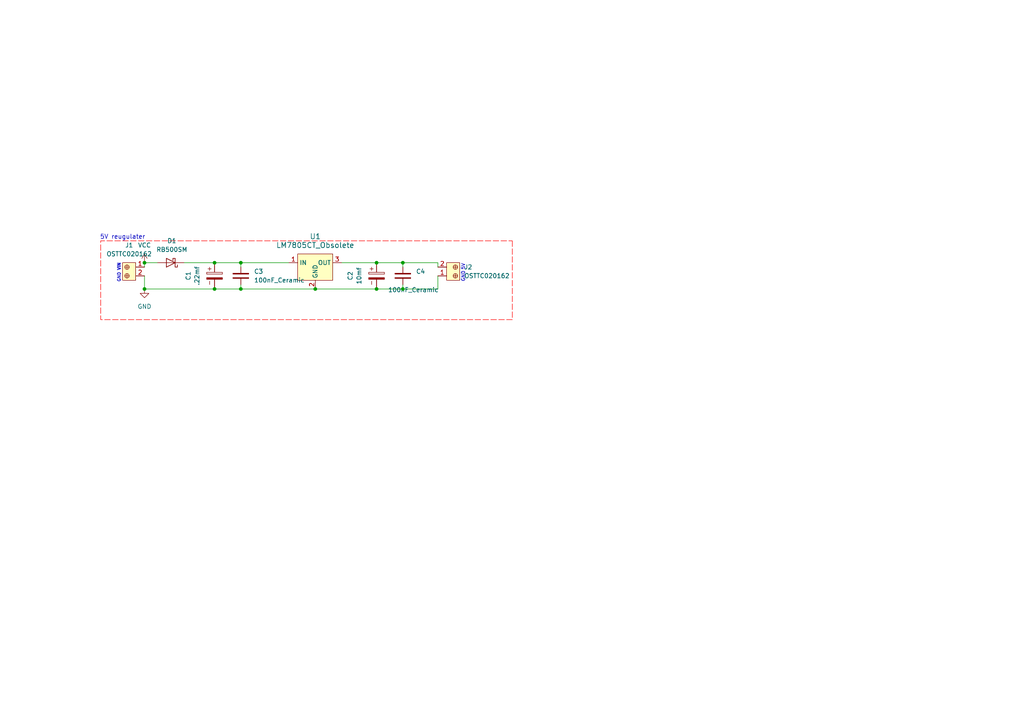
<source format=kicad_sch>
(kicad_sch (version 20250114) (generator "eeschema") (generator_version "9.0")
  (paper "A4")
  (lib_symbols
    (symbol "PCM_4ms_Diode:RB500SM" (pin_numbers (hide yes)) (pin_names (offset 1.016) (hide yes))
      (property "Reference" "D" (at 0 2.54 0))
      (property "Value" "RB500SM" (at 0 5.08 0))
      (symbol "RB500SM_0_1"
        (polyline (pts (xy -1.905 0.635) (xy -1.905 1.27) (xy -1.27 1.27) (xy -1.27 -1.27) (xy -0.635 -1.27) (xy -0.635 -0.635)) (stroke (width 0.2032)))
        (polyline (pts (xy 1.27 1.27) (xy 1.27 -1.27) (xy -1.27 0) (xy 1.27 1.27)) (stroke (width 0.2032)))
        (polyline (pts (xy 1.27 0) (xy -1.27 0)))
      )
      (symbol "RB500SM_1_1"
        (pin passive line (at -3.81 0 0) (length 2.54) (name "K") (number "1"))
        (pin passive line (at 3.81 0 180) (length 2.54) (name "A") (number "2"))
      )
    )
    (symbol "PCM_SL_Capacitors:100nF_Ceramic"
      (property "Reference" "C" (at 0 6.35 0))
      (property "Value" "100nF_Ceramic" (at 0 3.81 0))
      (symbol "100nF_Ceramic_0_1"
        (rectangle (start -0.762 2.286) (end -0.508 -2.286) (fill (type outline)))
        (rectangle (start 0.508 2.286) (end 0.762 -2.286) (fill (type outline)))
      )
      (symbol "100nF_Ceramic_1_1"
        (pin passive line (at -2.54 0 0) (length 2) (name "~") (number "1"))
        (pin input line (at 2.54 0 180) (length 2) (name "~") (number "2"))
      )
    )
    (symbol "PCM_SL_Devices:Capacitor_PO"
      (property "Reference" "C" (at 0 7.62 0))
      (property "Value" "Capacitor_PO" (at 0 5.08 0))
      (symbol "Capacitor_PO_0_0"
        (text "+" (at -2.032 1.524 0) (effects (font (size 1.27 1.27))))
        (text "-" (at 2.032 1.524 0) (effects (font (size 1.27 1.27))))
      )
      (symbol "Capacitor_PO_0_1"
        (rectangle (start -1.016 -2.286) (end -0.508 2.286))
        (rectangle (start 0.508 -2.286) (end 1.016 2.286) (fill (type outline)))
      )
      (symbol "Capacitor_PO_1_1"
        (pin passive line (at -3.81 0 0) (length 2.7) (name "~") (number "1"))
        (pin input line (at 3.81 0 180) (length 2.7) (name "~") (number "2"))
      )
    )
    (symbol "dk_PMIC-Voltage-Regulators-Linear:LM7805CT_Obsolete"
      (property "Reference" "U" (at 0 3.81 0))
      (property "Value" "LM7805CT_Obsolete" (at 0 6.35 0))
      (symbol "LM7805CT_Obsolete_0_1"
        (rectangle (start -5.08 2.54) (end 5.08 -5.08) (fill (type background)))
      )
      (symbol "LM7805CT_Obsolete_1_1"
        (pin power_in line (at -7.62 0 0) (length 2.54) (name "IN") (number "1"))
        (pin power_in line (at 0 -7.62 90) (length 2.54) (name "GND") (number "2"))
        (pin power_out line (at 7.62 0 180) (length 2.54) (name "OUT") (number "3"))
      )
    )
    (symbol "dk_Terminal-Blocks-Wire-to-Board:OSTTC020162" (pin_names (offset 1.016))
      (property "Reference" "J" (at -2.54 1.27 0))
      (property "Value" "OSTTC020162" (at 1.27 -2.54 0))
      (symbol "OSTTC020162_1_1"
        (rectangle (start -1.27 2.54) (end 3.81 -1.27) (fill (type background)))
        (polyline (pts (xy 0 0.635) (xy 0 -0.635)))
        (circle (center 0 0) (radius 0.635))
        (polyline (pts (xy 0.635 0) (xy -0.635 0)))
        (polyline (pts (xy 1.905 0) (xy 3.175 0)))
        (polyline (pts (xy 2.54 0.635) (xy 2.54 -0.635)))
        (circle (center 2.54 0) (radius 0.635))
        (pin passive line (at 0 5.08 270) (length 2.54) (name "~") (number "1"))
        (pin passive line (at 2.54 5.08 270) (length 2.54) (name "~") (number "2"))
      )
    )
    (symbol "power:GND" (power) (pin_numbers (hide yes)) (pin_names (offset 0) (hide yes))
      (property "Value" "GND" (at 0 -3.81 0))
      (symbol "GND_0_1"
        (polyline (pts (xy 0 0) (xy 0 -1.27) (xy 1.27 -1.27) (xy 0 -2.54) (xy -1.27 -1.27) (xy 0 -1.27)))
      )
      (symbol "GND_1_1"
        (pin power_in line (at 0 0 270) (length 0) (name "~") (number "1"))
      )
    )
    (symbol "power:VCC" (power) (pin_numbers (hide yes)) (pin_names (offset 0) (hide yes))
      (property "Value" "VCC" (at 0 3.556 0))
      (symbol "VCC_0_1"
        (polyline (pts (xy -0.762 1.27) (xy 0 2.54)))
        (polyline (pts (xy 0 2.54) (xy 0.762 1.27)))
        (polyline (pts (xy 0 0) (xy 0 2.54)))
      )
      (symbol "VCC_1_1"
        (pin power_in line (at 0 0 90) (length 0) (name "~") (number "1"))
      )
    )
  )
  (text "GND\n" (at 34.544 80.518 90) (effects (font (size 0.9 0.9))))
  (text "5V\n" (at 134.366 77.47 90) (effects (font (size 1 1))))
  (text "5V reugulater \n" (at 36.068 68.834 0) (effects (font (size 1.27 1.27))))
  (text "VIN\n" (at 34.544 77.47 90) (effects (font (size 0.9 0.9) (thickness 0.254) (bold yes))))
  (text "GND" (at 134.366 80.264 90) (effects (font (size 1 1))))
  (junction (at 91.44 83.82))
  (junction (at 109.22 83.82))
  (junction (at 41.91 76.2))
  (junction (at 41.91 83.82))
  (junction (at 62.23 76.2))
  (junction (at 69.85 83.82))
  (junction (at 69.85 76.2))
  (junction (at 116.84 76.2))
  (junction (at 109.22 76.2))
  (junction (at 116.84 83.82))
  (junction (at 62.23 83.82))
  (wire (pts (xy 127 80.01) (xy 127 83.82)))
  (wire (pts (xy 127 76.2) (xy 127 77.47)))
  (wire (pts (xy 116.84 82.55) (xy 116.84 83.82)))
  (wire (pts (xy 109.22 83.82) (xy 116.84 83.82)))
  (wire (pts (xy 109.22 76.2) (xy 116.84 76.2)))
  (wire (pts (xy 69.85 83.82) (xy 91.44 83.82)))
  (wire (pts (xy 116.84 83.82) (xy 127 83.82)))
  (wire (pts (xy 116.84 76.2) (xy 116.84 77.47)))
  (wire (pts (xy 116.84 76.2) (xy 127 76.2)))
  (wire (pts (xy 99.06 76.2) (xy 109.22 76.2)))
  (wire (pts (xy 91.44 83.82) (xy 109.22 83.82)))
  (wire (pts (xy 41.91 83.82) (xy 62.23 83.82)))
  (wire (pts (xy 41.91 80.01) (xy 41.91 83.82)))
  (wire (pts (xy 62.23 83.82) (xy 69.85 83.82)))
  (wire (pts (xy 69.85 76.2) (xy 69.85 77.47)))
  (wire (pts (xy 69.85 82.55) (xy 69.85 83.82)))
  (wire (pts (xy 62.23 76.2) (xy 69.85 76.2)))
  (wire (pts (xy 53.34 76.2) (xy 62.23 76.2)))
  (wire (pts (xy 69.85 76.2) (xy 83.82 76.2)))
  (wire (pts (xy 41.91 76.2) (xy 45.72 76.2)))
  (wire (pts (xy 41.91 76.2) (xy 41.91 77.47)))
  (rule_area (polyline (pts (xy 148.59 69.85) (xy 148.59 91.44) (xy 148.59 92.71) (xy 29.21 92.71) (xy 29.21 91.44) (xy 29.21 69.85)) (stroke (width 0) (type dash))))
  (symbol (lib_id "PCM_SL_Capacitors:100nF_Ceramic") (at 116.84 80.01 270) (unit 1)
    (property "Reference" "C4" (at 120.65 78.7399 90) (effects (justify left)))
    (property "Value" "100nF_Ceramic" (at 112.522 84.074 90) (effects (justify left)))
    (property "Footprint" "Capacitor_THT:C_Disc_D5.0mm_W2.5mm_P2.50mm" (effects (hide yes)))
    (property "Description" "100nF Ceramic Capacitor" (effects (hide yes)))
  )
  (symbol (lib_id "PCM_SL_Devices:Capacitor_PO") (at 62.23 80.01 90) (mirror x) (unit 1)
    (property "Reference" "C1" (at 54.61 80.01 0))
    (property "Value" ".22mf" (at 57.15 80.01 0))
    (property "Footprint" "Capacitor_THT:CP_Radial_D4.0mm_P2.00mm" (effects (hide yes)))
    (property "Description" "Polarized Capacitor" (effects (hide yes)))
  )
  (symbol (lib_id "dk_Terminal-Blocks-Wire-to-Board:OSTTC020162") (at 132.08 80.01 90) (unit 1)
    (property "Reference" "J2" (at 134.62 77.4699 90) (effects (justify right)))
    (property "Value" "OSTTC020162" (at 134.62 80.0099 90) (effects (justify right)))
    (property "Footprint" "digikey-footprints:Term_Block_1x2_P5mm" (effects (hide yes)))
    (property "Datasheet" "http://www.on-shore.com/wp-content/uploads/OSTTCXX0162.pdf" (effects (hide yes)))
    (property "Description" "TERM BLK 2POS SIDE ENTRY 5MM PCB" (effects (hide yes)))
    (property "Digi-Key_PN" "ED2600-ND" (effects (hide yes)))
    (property "MPN" "OSTTC020162" (effects (hide yes)))
    (property "Category" "Connectors, Interconnects" (effects (hide yes)))
    (property "Family" "Terminal Blocks - Wire to Board" (effects (hide yes)))
    (property "DK_Datasheet_Link" "http://www.on-shore.com/wp-content/uploads/OSTTCXX0162.pdf" (effects (hide yes)))
    (property "DK_Detail_Page" "/product-detail/en/on-shore-technology-inc/OSTTC020162/ED2600-ND/614549" (effects (hide yes)))
    (property "Description_1" "TERM BLK 2POS SIDE ENTRY 5MM PCB" (effects (hide yes)))
    (property "Manufacturer" "On Shore Technology Inc." (effects (hide yes)))
    (property "Status" "Active" (effects (hide yes)))
  )
  (symbol (lib_id "PCM_4ms_Diode:RB500SM") (at 49.53 76.2 180) (unit 1)
    (property "Reference" "D1" (at 49.8475 69.85 0))
    (property "Value" "RB500SM" (at 49.8475 72.39 0))
    (property "Footprint" "Diode_SMD:D_SOD-523" (effects (hide yes)))
    (property "Description" "RB500SM, VRRM >20V, Isurge >1A, If>100mA" (effects (hide yes)))
    (property "Specifications" "RB500SM, VRRM >20V, Isurge >1A, If>100mA" (effects (hide yes)))
    (property "Manufacturer" "ROHM Semiconductor" (effects (hide yes)))
    (property "Part Number" "RB500SM-30FHT2R" (effects (hide yes)))
  )
  (symbol (lib_id "PCM_SL_Capacitors:100nF_Ceramic") (at 69.85 80.01 270) (unit 1)
    (property "Reference" "C3" (at 73.66 78.7399 90) (effects (justify left)))
    (property "Value" "100nF_Ceramic" (at 73.66 81.2799 90) (effects (justify left)))
    (property "Footprint" "Capacitor_THT:C_Disc_D5.0mm_W2.5mm_P2.50mm" (effects (hide yes)))
    (property "Description" "100nF Ceramic Capacitor" (effects (hide yes)))
  )
  (symbol (lib_id "dk_Terminal-Blocks-Wire-to-Board:OSTTC020162") (at 36.83 77.47 270) (unit 1)
    (property "Reference" "J1" (at 37.465 71.12 90))
    (property "Value" "OSTTC020162" (at 37.465 73.66 90))
    (property "Footprint" "digikey-footprints:Term_Block_1x2_P5mm" (effects (hide yes)))
    (property "Datasheet" "http://www.on-shore.com/wp-content/uploads/OSTTCXX0162.pdf" (effects (hide yes)))
    (property "Description" "TERM BLK 2POS SIDE ENTRY 5MM PCB" (effects (hide yes)))
    (property "Digi-Key_PN" "ED2600-ND" (effects (hide yes)))
    (property "MPN" "OSTTC020162" (effects (hide yes)))
    (property "Category" "Connectors, Interconnects" (effects (hide yes)))
    (property "Family" "Terminal Blocks - Wire to Board" (effects (hide yes)))
    (property "DK_Datasheet_Link" "http://www.on-shore.com/wp-content/uploads/OSTTCXX0162.pdf" (effects (hide yes)))
    (property "DK_Detail_Page" "/product-detail/en/on-shore-technology-inc/OSTTC020162/ED2600-ND/614549" (effects (hide yes)))
    (property "Description_1" "TERM BLK 2POS SIDE ENTRY 5MM PCB" (effects (hide yes)))
    (property "Manufacturer" "On Shore Technology Inc." (effects (hide yes)))
    (property "Status" "Active" (effects (hide yes)))
  )
  (symbol (lib_id "power:GND") (at 41.91 83.82 0) (unit 1)
    (property "Reference" "#PWR01" (effects (hide yes)))
    (property "Value" "GND" (at 41.91 88.9 0))
    (property "Description" "Power symbol creates a global label with name \"GND\" , ground" (effects (hide yes)))
  )
  (symbol (lib_id "PCM_SL_Devices:Capacitor_PO") (at 109.22 80.01 90) (mirror x) (unit 1)
    (property "Reference" "C2" (at 101.6 80.01 0))
    (property "Value" "10mf" (at 104.14 80.01 0))
    (property "Footprint" "Capacitor_THT:CP_Radial_D4.0mm_P2.00mm" (effects (hide yes)))
    (property "Description" "Polarized Capacitor" (effects (hide yes)))
  )
  (symbol (lib_id "dk_PMIC-Voltage-Regulators-Linear:LM7805CT_Obsolete") (at 91.44 76.2 0) (unit 1)
    (property "Reference" "U1" (at 91.44 68.58 0) (effects (font (size 1.524 1.524))))
    (property "Value" "LM7805CT_Obsolete" (at 91.44 71.12 0) (effects (font (size 1.524 1.524))))
    (property "Footprint" "digikey-footprints:TO-220-3" (effects (hide yes)))
    (property "Datasheet" "https://media.digikey.com/pdf/Data%20Sheets/ON%20Semiconductor%20PDFs/MC7800(A,AE),NCV7800.pdf" (effects (hide yes)))
    (property "Description" "IC REG LINEAR 5V 1A TO220AB" (effects (hide yes)))
    (property "Digi-Key_PN" "LM7805CT-ND" (effects (hide yes)))
    (property "MPN" "LM7805CT" (effects (hide yes)))
    (property "Category" "Integrated Circuits (ICs)" (effects (hide yes)))
    (property "Family" "PMIC - Voltage Regulators - Linear" (effects (hide yes)))
    (property "DK_Datasheet_Link" "https://media.digikey.com/pdf/Data%20Sheets/ON%20Semiconductor%20PDFs/MC7800(A,AE),NCV7800.pdf" (effects (hide yes)))
    (property "DK_Detail_Page" "/product-detail/en/on-semiconductor/LM7805CT/LM7805CT-ND/458698" (effects (hide yes)))
    (property "Description_1" "IC REG LINEAR 5V 1A TO220AB" (effects (hide yes)))
    (property "Manufacturer" "ON Semiconductor" (effects (hide yes)))
    (property "Status" "Obsolete NonStock" (effects (hide yes)))
  )
  (symbol (lib_id "power:VCC") (at 41.91 76.2 0) (unit 1)
    (property "Reference" "#PWR02" (effects (hide yes)))
    (property "Value" "VCC" (at 41.91 71.12 0))
    (property "Description" "Power symbol creates a global label with name \"VCC\"" (effects (hide yes)))
  )
)
</source>
